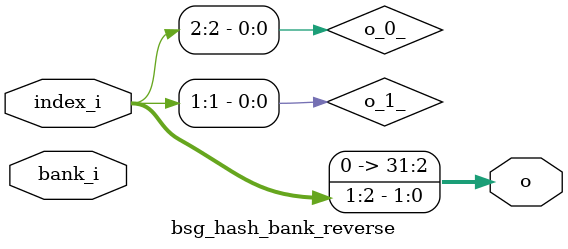
<source format=v>


module top
(
  index_i,
  bank_i,
  o
);

  input [1:2] index_i;
  input [0:0] bank_i;
  output [31:0] o;

  bsg_hash_bank_reverse
  wrapper
  (
    .index_i(index_i),
    .bank_i(bank_i),
    .o(o)
  );


endmodule



module bsg_hash_bank_reverse
(
  index_i,
  bank_i,
  o
);

  input [1:2] index_i;
  input [0:0] bank_i;
  output [31:0] o;
  wire [31:0] o;
  wire o_1_,o_0_;
  assign o[2] = 1'b0;
  assign o[3] = 1'b0;
  assign o[4] = 1'b0;
  assign o[5] = 1'b0;
  assign o[6] = 1'b0;
  assign o[7] = 1'b0;
  assign o[8] = 1'b0;
  assign o[9] = 1'b0;
  assign o[10] = 1'b0;
  assign o[11] = 1'b0;
  assign o[12] = 1'b0;
  assign o[13] = 1'b0;
  assign o[14] = 1'b0;
  assign o[15] = 1'b0;
  assign o[16] = 1'b0;
  assign o[17] = 1'b0;
  assign o[18] = 1'b0;
  assign o[19] = 1'b0;
  assign o[20] = 1'b0;
  assign o[21] = 1'b0;
  assign o[22] = 1'b0;
  assign o[23] = 1'b0;
  assign o[24] = 1'b0;
  assign o[25] = 1'b0;
  assign o[26] = 1'b0;
  assign o[27] = 1'b0;
  assign o[28] = 1'b0;
  assign o[29] = 1'b0;
  assign o[30] = 1'b0;
  assign o[31] = 1'b0;
  assign o_1_ = index_i[1];
  assign o[1] = o_1_;
  assign o_0_ = index_i[2];
  assign o[0] = o_0_;

endmodule


</source>
